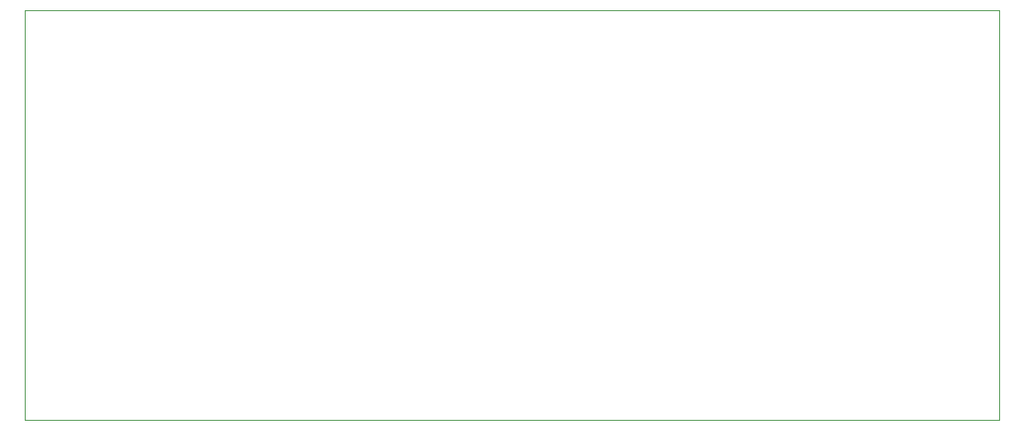
<source format=gbr>
%TF.GenerationSoftware,KiCad,Pcbnew,(6.0.5)*%
%TF.CreationDate,2023-04-11T14:57:45-04:00*%
%TF.ProjectId,Robot Controller PCB,526f626f-7420-4436-9f6e-74726f6c6c65,rev?*%
%TF.SameCoordinates,Original*%
%TF.FileFunction,Profile,NP*%
%FSLAX46Y46*%
G04 Gerber Fmt 4.6, Leading zero omitted, Abs format (unit mm)*
G04 Created by KiCad (PCBNEW (6.0.5)) date 2023-04-11 14:57:45*
%MOMM*%
%LPD*%
G01*
G04 APERTURE LIST*
%TA.AperFunction,Profile*%
%ADD10C,0.100000*%
%TD*%
G04 APERTURE END LIST*
D10*
X73660000Y-93980000D02*
X170180000Y-93980000D01*
X170180000Y-93980000D02*
X170180000Y-134620000D01*
X170180000Y-134620000D02*
X73660000Y-134620000D01*
X73660000Y-134620000D02*
X73660000Y-93980000D01*
M02*

</source>
